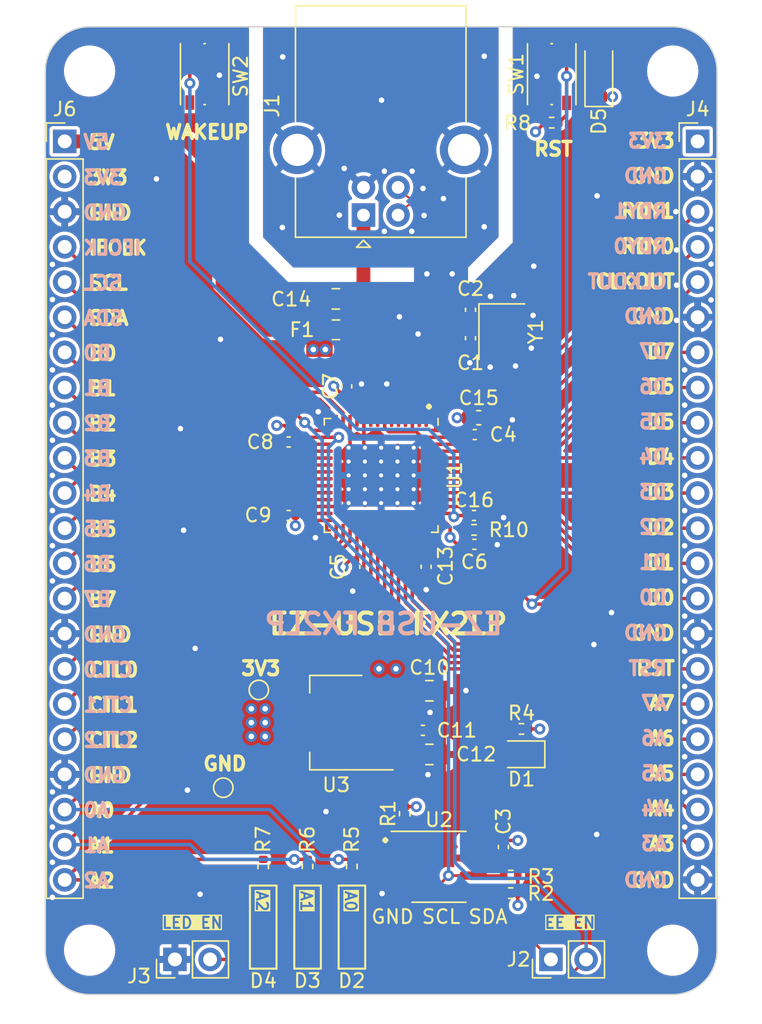
<source format=kicad_pcb>
(kicad_pcb (version 20221018) (generator pcbnew)
  (layers (0 "F.Cu" signal) (1 "In1.Cu" signal) (2 "In2.Cu" signal) (31 "B.Cu" signal) (34 "B.Paste" user) (35 "F.Paste" user) (36 "B.SilkS" user "B.Silkscreen") (37 "F.SilkS" user "F.Silkscreen") (38 "B.Mask" user) (39 "F.Mask" user) (44 "Edge.Cuts" user))
  (net 0 "")
  (net 1 "GND")
  (net 2 "Net-(U1-XTALOUT)")
  (net 3 "Net-(U1-XTALIN)")
  (net 4 "+3V3")
  (net 5 "+5V")
  (net 6 "/~{RESET}")
  (net 7 "Net-(D1-A)")
  (net 8 "Net-(D2-K)")
  (net 9 "Net-(D2-A)")
  (net 10 "Net-(D3-A)")
  (net 11 "Net-(D4-A)")
  (net 12 "VBUS")
  (net 13 "/D-")
  (net 14 "/D+")
  (net 15 "Net-(J2-Pin_1)")
  (net 16 "/SDA")
  (net 17 "Net-(U2-A0)")
  (net 18 "/SCL")
  (net 19 "/PA0")
  (net 20 "/PA1")
  (net 21 "/PA2")
  (net 22 "/WAKEUP")
  (net 23 "/RDY0")
  (net 24 "/RDY1")
  (net 25 "/IFCLK")
  (net 26 "/PB0")
  (net 27 "/PB1")
  (net 28 "/PB2")
  (net 29 "/PB3")
  (net 30 "/PB4")
  (net 31 "/PB5")
  (net 32 "/PB6")
  (net 33 "/PB7")
  (net 34 "/CTL0")
  (net 35 "/CTL1")
  (net 36 "/CTL2")
  (net 37 "/PA3")
  (net 38 "/PA4")
  (net 39 "/PA5")
  (net 40 "/PA6")
  (net 41 "/PA7")
  (net 42 "/CLKOUT")
  (net 43 "/PD0")
  (net 44 "/PD1")
  (net 45 "/PD2")
  (net 46 "/PD3")
  (net 47 "/PD4")
  (net 48 "/PD5")
  (net 49 "/PD6")
  (net 50 "/PD7")
  (footprint "Diode_SMD:D_SOD-123" (layer "F.Cu") (at 158.5214 70.4625 90)
    (fp_text reference "D5")
    (fp_text value "1N4148")
  )
  (footprint "Resistor_SMD:R_0402_1005Metric" (layer "F.Cu") (at 155.1178 73.9902)
    (fp_text reference "R8")
    (fp_text value "10K")
  )
  (footprint "Capacitor_SMD:C_0402_1005Metric" (layer "F.Cu") (at 140.8938 106.0694 -90)
    (fp_text reference "C5")
    (fp_text value "100n")
  )
  (footprint "Capacitor_SMD:C_0402_1005Metric" (layer "F.Cu") (at 149.5552 96.52)
    (fp_text reference "C4")
    (fp_text value "100n")
  )
  (footprint "Package_SO:SOIC-8_3.9x4.9mm_P1.27mm" (layer "F.Cu") (at 146.9771 127.7366)
    (fp_text reference "U2")
    (fp_text value "24LC64")
  )
  (footprint "Keystone_5017_testring:Keystone_5017_testring" (layer "F.Cu") (at 146.9898 134.1882 90)
    (fp_text reference "TP2" hide)
    (fp_text value "5017")
  )
  (footprint "Capacitor_SMD:C_0805_2012Metric" (layer "F.Cu") (at 146.2822 115.0226)
    (fp_text reference "C10")
    (fp_text value "2u2")
  )
  (footprint "Connector_PinHeader_2.54mm:PinHeader_1x02_P2.54mm_Vertical" (layer "F.Cu") (at 155.0595 134.4269 90)
    (fp_text reference "J2")
    (fp_text value "Conn_01x02")
  )
  (footprint "Capacitor_SMD:C_0402_1005Metric" (layer "F.Cu") (at 136.1186 97.0534 180)
    (fp_text reference "C8")
    (fp_text value "100n")
  )
  (footprint "Package_TO_SOT_SMD:SOT-223-3_TabPin2" (layer "F.Cu") (at 139.5476 117.3226 180)
    (fp_text reference "U3")
    (fp_text value "AMS1117-3.3")
  )
  (footprint "LED_SMD:LED_0805_2012Metric" (layer "F.Cu") (at 140.6779 133.4008 90)
    (fp_text reference "D2")
    (fp_text value "RED")
  )
  (footprint "Capacitor_SMD:C_0402_1005Metric" (layer "F.Cu") (at 136.1186 102.362 180)
    (fp_text reference "C9")
    (fp_text value "100n")
  )
  (footprint "Capacitor_SMD:C_0805_2012Metric" (layer "F.Cu") (at 139.5222 86.7156 180)
    (fp_text reference "C14")
    (fp_text value "100n")
  )
  (footprint "Capacitor_SMD:C_0402_1005Metric" (layer "F.Cu") (at 149.2504 89.5578 90)
    (fp_text reference "C1")
    (fp_text value "22p")
  )
  (footprint "LED_SMD:LED_0805_2012Metric" (layer "F.Cu") (at 152.9334 119.6086 180)
    (fp_text reference "D1")
    (fp_text value "GREEN")
  )
  (footprint "Resistor_SMD:R_0402_1005Metric" (layer "F.Cu") (at 144.5021 123.9012 -90)
    (fp_text reference "R1")
    (fp_text value "10K")
  )
  (footprint "Connector_PinHeader_2.54mm:PinHeader_1x22_P2.54mm_Vertical" (layer "F.Cu") (at 165.6576 75.3409)
    (fp_text reference "J4")
    (fp_text value "Conn_01x22")
  )
  (footprint "Connector_PinHeader_2.54mm:PinHeader_1x22_P2.54mm_Vertical" (layer "F.Cu") (at 119.9376 75.3409)
    (fp_text reference "J6")
    (fp_text value "Conn_01x22")
  )
  (footprint "Capacitor_SMD:C_0402_1005Metric" (layer "F.Cu") (at 149.5298 104.4448)
    (fp_text reference "C6")
    (fp_text value "100n")
  )
  (footprint "Resistor_SMD:R_0402_1005Metric" (layer "F.Cu") (at 134.2771 127.7092 90)
    (fp_text reference "R7")
    (fp_text value "1K")
  )
  (footprint "MountingHole:MountingHole_3.2mm_M3" (layer "F.Cu") (at 121.7376 133.7609)
    (fp_text reference "H4" hide)
    (fp_text value "MountingHole")
  )
  (footprint "Capacitor_SMD:C_0603_1608Metric" (layer "F.Cu") (at 149.8476 95.3008)
    (fp_text reference "C15")
    (fp_text value "1u")
  )
  (footprint "Resistor_SMD:R_0402_1005Metric" (layer "F.Cu") (at 152.1587 128.3716 180)
    (fp_text reference "R3")
    (fp_text value "2K2")
  )
  (footprint "Capacitor_SMD:C_0805_2012Metric" (layer "F.Cu") (at 146.2822 119.6226)
    (fp_text reference "C12")
    (fp_text value "4u7")
  )
  (footprint "Resistor_SMD:R_0402_1005Metric" (layer "F.Cu") (at 140.6779 127.7112 90)
    (fp_text reference "R5")
    (fp_text value "1K")
  )
  (footprint "Package_DFN_QFN:QFN-56-1EP_8x8mm_P0.5mm_EP4.5x5.2mm_ThermalVias_TopTented" (layer "F.Cu") (at 142.7976 99.4659 -90)
    (fp_text reference "U1")
    (fp_text value "CY7C68013A-56LTX")
  )
  (footprint "Keystone_5017_testring:Keystone_5017_testring" (layer "F.Cu") (at 150.4315 134.1882 90)
    (fp_text reference "TP1" hide)
    (fp_text value "5017")
  )
  (footprint "LED_SMD:LED_0805_2012Metric" (layer "F.Cu") (at 134.2771 133.4008 90)
    (fp_text reference "D4")
    (fp_text value "RED")
  )
  (footprint "Capacitor_SMD:C_0402_1005Metric" (layer "F.Cu") (at 146.0476 106.0694 -90)
    (fp_text reference "C13")
    (fp_text value "100n")
  )
  (footprint "MountingHole:MountingHole_3.2mm_M3" (layer "F.Cu") (at 163.8576 70.2609)
    (fp_text reference "H1" hide)
    (fp_text value "MountingHole")
  )
  (footprint "LED_SMD:LED_0805_2012Metric" (layer "F.Cu") (at 137.4775 133.3971 90)
    (fp_text reference "D3")
    (fp_text value "RED")
  )
  (footprint "Capacitor_SMD:C_0402_1005Metric" (layer "F.Cu") (at 140.3096 93.0392 90)
    (fp_text reference "C7")
    (fp_text value "100n")
  )
  (footprint "MountingHole:MountingHole_3.2mm_M3" (layer "F.Cu") (at 163.8576 133.7609)
    (fp_text reference "H3" hide)
    (fp_text value "MountingHole")
  )
  (footprint "MountingHole:MountingHole_3.2mm_M3" (layer "F.Cu") (at 121.7376 70.2609)
    (fp_text reference "H2" hide)
    (fp_text value "MountingHole")
  )
  (footprint "Capacitor_SMD:C_0402_1005Metric" (layer "F.Cu") (at 151.6253 126.3116 -90)
    (fp_text reference "C3")
    (fp_text value "100n")
  )
  (footprint "Resistor_SMD:R_0402_1005Metric" (layer "F.Cu") (at 149.5044 103.4034 180)
    (fp_text reference "R10")
    (fp_text value "10K")
  )
  (footprint "Button_Switch_SMD:SW_Push_1P1T_NO_Vertical_Wuerth_434133025816" (layer "F.Cu") (at 130.048 70.485 -90)
    (fp_text reference "SW2")
    (fp_text value "SW_Push")
  )
  (footprint "TestPoint:TestPoint_Pad_D1.0mm" (layer "F.Cu") (at 131.3942 122.0216)
    (fp_text reference "TP4" hide)
    (fp_text value "TestPoint")
  )
  (footprint "TestPoint:TestPoint_Pad_D1.0mm" (layer "F.Cu") (at 133.9596 114.9604)
    (fp_text reference "TP5" hide)
    (fp_text value "TestPoint")
  )
  (footprint "Capacitor_SMD:C_0402_1005Metric" (layer "F.Cu") (at 149.5044 102.362)
    (fp_text reference "C16")
    (fp_text value "1u")
  )
  (footprint "Button_Switch_SMD:SW_Push_1P1T_NO_Vertical_Wuerth_434133025816" (layer "F.Cu") (at 155.1178 70.485 90)
    (fp_text reference "SW1")
    (fp_text value "SW_Push")
  )
  (footprint "Connector_USB:USB_B_OST_USB-B1HSxx_Horizontal" (layer "F.Cu") (at 141.518 80.6638 90)
    (fp_text reference "J1")
    (fp_text value "USB_B")
  )
  (footprint "Resistor_SMD:R_0402_1005Metric" (layer "F.Cu") (at 152.1587 129.6416 180)
    (fp_text reference "R2")
    (fp_text value "2K2")
  )
  (footprint "Capacitor_SMD:C_0402_1005Metric" (layer "F.Cu") (at 149.2504 87.5056 -90)
    (fp_text reference "C2")
    (fp_text value "22p")
  )
  (footprint "Fuse:Fuse_0805_2012Metric" (layer "F.Cu") (at 139.5347 88.9508)
    (fp_text reference "F1")
    (fp_text value "500mA")
  )
  (footprint "Resistor_SMD:R_0402_1005Metric" (layer "F.Cu") (at 137.4775 127.7092 90)
    (fp_text reference "R6")
    (fp_text value "1K")
  )
  (footprint "Keystone_5017_testring:Keystone_5017_testring" (layer "F.Cu") (at 143.5481 134.1882 90)
    (fp_text reference "TP3" hide)
    (fp_text value "5017")
  )
  (footprint "Capacitor_SMD:C_0402_1005Metric" (layer "F.Cu") (at 145.8122 117.8814)
    (fp_text reference "C11")
    (fp_text value "100n")
  )
  (footprint "Connector_PinHeader_2.54mm:PinHeader_1x02_P2.54mm_Vertical" (layer "F.Cu") (at 127.8995 134.4269 90)
    (fp_text reference "J3")
    (fp_text value "Conn_01x02")
  )
  (footprint "Crystal:Crystal_SMD_3225-4Pin_3.2x2.5mm" (layer "F.Cu") (at 151.511 89.0778 -90)
    (fp_text reference "Y1")
    (fp_text value "24MHz'")
  )
  (footprint "Resistor_SMD:R_0402_1005Metric" (layer "F.Cu") (at 152.9334 117.7798 180)
    (fp_text reference "R4")
    (fp_text value "1K")
  )
  (gr_line (start 139.7257 132.4102) (end 139.7257 135.0952) (stroke (width 0.15)) (layer "F.SilkS"))
  (gr_line (start 135.2397 132.4102) (end 135.2397 129.0922) (stroke (width 0.15)) (layer "F.SilkS"))
  (gr_line (start 141.6457 135.0952) (end 141.6457 132.4102) (stroke (width 0.15)) (layer "F.SilkS"))
  (gr_line (start 139.7257 132.4102) (end 139.7257 129.0922) (stroke (width 0.15)) (layer "F.SilkS"))
  (gr_line (start 138.4427 132.4102) (end 138.4427 129.0922) (stroke (width 0.15)) (layer "F.SilkS"))
  (gr_line (start 141.6457 129.0922) (end 139.7257 129.0922) (stroke (width 0.15)) (layer "F.SilkS"))
  (gr_line (start 139.7257 135.0952) (end 141.6457 135.0952) (stroke (width 0.15)) (layer "F.SilkS"))
  (gr_line (start 133.3197 135.0952) (end 135.2397 135.0952) (stroke (width 0.15)) (layer "F.SilkS"))
  (gr_line (start 136.5227 132.4102) (end 136.5227 135.0952) (stroke (width 0.15)) (layer "F.SilkS"))
  (gr_line (start 141.6457 132.4102) (end 141.6457 129.0922) (stroke (width 0.15)) (layer "F.SilkS"))
  (gr_line (start 136.5227 132.4102) (end 136.5227 129.0922) (stroke (width 0.15)) (layer "F.SilkS"))
  (gr_line (start 133.3197 132.4102) (end 133.3197 135.0952) (stroke (width 0.15)) (layer "F.SilkS"))
  (gr_line (start 138.4427 129.0922) (end 136.5227 129.0922) (stroke (width 0.15)) (layer "F.SilkS"))
  (gr_line (start 135.2397 129.0922) (end 133.3197 129.0922) (stroke (width 0.15)) (layer "F.SilkS"))
  (gr_line (start 136.5227 135.0952) (end 138.4427 135.0952) (stroke (width 0.15)) (layer "F.SilkS"))
  (gr_line (start 138.4427 135.0952) (end 138.4427 132.4102) (stroke (width 0.15)) (layer "F.SilkS"))
  (gr_line (start 135.2397 135.0952) (end 135.2397 132.4102) (stroke (width 0.15)) (layer "F.SilkS"))
  (gr_line (start 133.3197 132.4102) (end 133.3197 129.0922) (stroke (width 0.15)) (layer "F.SilkS"))
  (gr_line (start 121.7376 67.060097) (end 163.8576 67.060097) (stroke (width 0.1)) (layer "Edge.Cuts"))
  (gr_arc (start 118.536797 70.2609) (mid 119.47429 67.99759) (end 121.7376 67.060097) (stroke (width 0.1)) (layer "Edge.Cuts"))
  (gr_line (start 118.536797 133.7609) (end 118.536797 70.2609) (stroke (width 0.1)) (layer "Edge.Cuts"))
  (gr_line (start 167.058403 70.2609) (end 167.058403 133.7609) (stroke (width 0.1)) (layer "Edge.Cuts"))
  (gr_arc (start 121.7376 136.961703) (mid 119.47429 136.02421) (end 118.536797 133.7609) (stroke (width 0.1)) (layer "Edge.Cuts"))
  (gr_line (start 121.7376 136.961703) (end 163.8576 136.961703) (stroke (width 0.1)) (layer "Edge.Cuts"))
  (gr_arc (start 167.058403 133.7609) (mid 166.12091 136.02421) (end 163.8576 136.961703) (stroke (width 0.1)) (layer "Edge.Cuts"))
  (gr_arc (start 163.8576 67.060097) (mid 166.12091 67.99759) (end 167.058403 70.2609) (stroke (width 0.1)) (layer "Edge.Cuts"))
  (gr_text "EZ-USB FX2LP" (at 151.7396 111.0742) (layer "B.SilkS") (effects (font (size 1.5 1.5) (thickness 0.3) bold) (justify left bottom mirror)))
  (gr_text "GND" (at 124.529018 111.5568) (layer "B.SilkS") (effects (font (size 1 1) (thickness 0.25) bold) (justify left bottom mirror)))
  (gr_text "A5" (at 163.576 121.5709) (layer "B.SilkS") (effects (font (size 1 1) (thickness 0.25) bold) (justify left bottom mirror)))
  (gr_text "A0" (at 123.290923 124.2314) (layer "B.SilkS") (effects (font (size 1 1) (thickness 0.25) bold) (justify left bottom mirror)))
  (gr_text "CLKOUT" (at 163.576 86.0552) (layer "B.SilkS") (effects (font (size 1 1) (thickness 0.25) bold) (justify left bottom mirror)))
  (gr_text "GND" (at 124.529018 121.7168) (layer "B.SilkS") (effects (font (size 1 1) (thickness 0.25) bold) (justify left bottom mirror)))
  (gr_text "IFCLK" (at 125.624256 83.6168) (layer "B.SilkS") (effects (font (size 1 1) (thickness 0.25) bold) (justify left bottom mirror)))
  (gr_text "SCL" (at 124.243304 86.1568) (layer "B.SilkS") (effects (font (size 1 1) (thickness 0.25) bold) (justify left bottom mirror)))
  (gr_text "GND" (at 124.529018 81.0768) (layer "B.SilkS") (effects (font (size 1 1) (thickness 0.25) bold) (justify left bottom mirror)))
  (gr_text "B1" (at 123.43378 93.7514) (layer "B.SilkS") (effects (font (size 1 1) (thickness 0.25) bold) (justify left bottom mirror)))
  (gr_text "5V" (at 123.290923 75.9714) (layer "B.SilkS") (effects (font (size 1 1) (thickness 0.25) bold) (justify left bottom mirror)))
  (gr_text "GND" (at 163.576 129.286) (layer "B.SilkS") (effects (font (size 1 1) (thickness 0.25) bold) (justify left bottom mirror)))
  (gr_text "A1" (at 123.290923 126.7714) (layer "B.SilkS") (effects (font (size 1 1) (thickness 0.25) bold) (justify left bottom mirror)))
  (gr_text "A4" (at 163.576 124.1109) (layer "B.SilkS") (effects (font (size 1 1) (thickness 0.25) bold) (justify left bottom mirror)))
  (gr_text "D1" (at 163.576 106.3309) (layer "B.SilkS") (effects (font (size 1 1) (thickness 0.25) bold) (justify left bottom mirror)))
  (gr_text "A7" (at 163.576 116.4909) (layer "B.SilkS") (effects (font (size 1 1) (thickness 0.25) bold) (justify left bottom mirror)))
  (gr_text "GND" (at 163.576 78.4352) (layer "B.SilkS") (effects (font (size 1 1) (thickness 0.25) bold) (justify left bottom mirror)))
  (gr_text "3V3" (at 163.576 75.8952) (layer "B.SilkS") (effects (font (size 1 1) (thickness 0.25) bold) (justify left bottom mirror)))
  (gr_text "RDY1" (at 163.576 80.9752) (layer "B.SilkS") (effects (font (size 1 1) (thickness 0.25) bold) (justify left bottom mirror)))
  (gr_text "D4" (at 163.576 98.7109) (layer "B.SilkS") (effects (font (size 1 1) (thickness 0.25) bold) (justify left bottom mirror)))
  (gr_text "RDY0" (at 163.576 83.5152) (layer "B.SilkS") (effects (font (size 1 1) (thickness 0.25) bold) (justify left bottom mirror)))
  (gr_text "B6" (at 123.43378 106.4514) (layer "B.SilkS") (effects (font (size 1 1) (thickness 0.25) bold) (justify left bottom mirror)))
  (gr_text "3V3" (at 124.243304 78.5368) (layer "B.SilkS") (effects (font (size 1 1) (thickness 0.25) bold) (justify left bottom mirror)))
  (gr_text "GND" (at 163.576 111.4363) (layer "B.SilkS") (effects (font (size 1 1) (thickness 0.25) bold) (justify left bottom mirror)))
  (gr_text "A6" (at 163.576 119.0309) (layer "B.SilkS") (effects (font (size 1 1) (thickness 0.25) bold) (justify left bottom mirror)))
  (gr_text "D6" (at 163.576 93.6309) (layer "B.SilkS") (effects (font (size 1 1) (thickness 0.25) bold) (justify left bottom mirror)))
  (gr_text "B4" (at 123.43378 101.3714) (layer "B.SilkS") (effects (font (size 1 1) (thickness 0.25) bold) (justify left bottom mirror)))
  (gr_text "A3" (at 163.576 126.6509) (layer "B.SilkS") (effects (font (size 1 1) (thickness 0.25) bold) (justify left bottom mirror)))
  (gr_text "SDA" (at 124.290923 88.6968) (layer "B.SilkS") (effects (font (size 1 1) (thickness 0.25) bold) (justify left bottom mirror)))
  (gr_text "RST" (at 163.576 113.9952) (layer "B.SilkS") (effects (font (size 1 1) (thickness 0.25) bold) (justify left bottom mirror)))
  (gr_text "D0" (at 163.576 108.8709) (layer "B.SilkS") (effects (font (size 1 1) (thickness 0.25) bold) (justify left bottom mirror)))
  (gr_text "D3" (at 163.576 101.2509) (layer "B.SilkS") (effects (font (size 1 1) (thickness 0.25) bold) (justify left bottom mirror)))
  (gr_text "B3" (at 123.43378 98.8314) (layer "B.SilkS") (effects (font (size 1 1) (thickness 0.25) bold) (justify left bottom mirror)))
  (gr_text "CTL2" (at 125.005209 119.1768) (layer "B.SilkS") (effects (font (size 1 1) (thickness 0.25) bold) (justify left bottom mirror)))
  (gr_text "D2" (at 163.576 103.7909) (layer "B.SilkS") (effects (font (size 1 1) (thickness 0.25) bold) (justify left bottom mirror)))
  (gr_text "GND" (at 163.576 88.5763) (layer "B.SilkS") (effects (font (size 1 1) (thickness 0.25) bold) (justify left bottom mirror)))
  (gr_text "B7" (at 123.43378 108.9914) (layer "B.SilkS") (effects (font (size 1 1) (thickness 0.25) bold) (justify left bottom mirror)))
  (gr_text "CTL1" (at 125.005209 116.6368) (layer "B.SilkS") (effects (font (size 1 1) (thickness 0.25) bold) (justify left bottom mirror)))
  (gr_text "B5" (at 123.43378 103.9114) (layer "B.SilkS") (effects (font (size 1 1) (thickness 0.25) bold) (justify left bottom mirror)))
  (gr_text "B0" (at 123.43378 91.2114) (layer "B.SilkS") (effects (font (size 1 1) (thickness 0.25) bold) (justify left bottom mirror)))
  (gr_text "B2" (at 123.43378 96.2914) (layer "B.SilkS") (effects (font (size 1 1) (thickness 0.25) bold) (justify left bottom mirror)))
  (gr_text "CTL0" (at 125.005209 114.0968) (layer "B.SilkS") (effects (font (size 1 1) (thickness 0.25) bold) (justify left bottom mirror)))
  (gr_text "D7" (at 163.576 91.0909) (layer "B.SilkS") (effects (font (size 1 1) (thickness 0.25) bold) (justify left bottom mirror)))
  (gr_text "D5" (at 163.576 96.1709) (layer "B.SilkS") (effects (font (size 1 1) (thickness 0.25) bold) (justify left bottom mirror)))
  (gr_text "A2" (at 123.290923 129.3114) (layer "B.SilkS") (effects (font (size 1 1) (thickness 0.25) bold) (justify left bottom mirror)))
  (gr_text "CTL0" (at 121.5378 114.0958) (layer "F.SilkS") (effects (font (size 1 1) (thickness 0.25) bold) (justify left bottom)))
  (gr_text "." (at 145.6944 94.7674) (layer "F.SilkS") (effects (font (size 1.5 1.5) (thickness 0.3) bold) (justify left bottom)))
  (gr_text "D2" (at 161.851838 103.8098) (layer "F.SilkS") (effects (font (size 1 1) (thickness 0.25) bold) (justify left bottom)))
  (gr_text "A3" (at 161.994695 126.6698) (layer "F.SilkS") (effects (font (size 1 1) (thickness 0.25) bold) (justify left bottom)))
  (gr_text "B6" (at 121.5378 106.4758) (layer "F.SilkS") (effects (font (size 1 1) (thickness 0.25) bold) (justify left bottom)))
  (gr_text "D5" (at 161.851838 96.1898) (layer "F.SilkS") (effects (font (size 1 1) (thickness 0.25) bold) (justify left bottom)))
  (gr_text "A6" (at 161.994695 119.0498) (layer "F.SilkS") (effects (font (size 1 1) (thickness 0.25) bold) (justify left bottom)))
  (gr_text "B3" (at 121.5378 98.8558) (layer "F.SilkS") (effects (font (size 1 1) (thickness 0.25) bold) (justify left bottom)))
  (gr_text "CTL1" (at 121.5378 116.6358) (layer "F.SilkS") (effects (font (size 1 1) (thickness 0.25) bold) (justify left bottom)))
  (gr_text "SCL" (at 121.5378 86.1558) (layer "F.SilkS") (effects (font (size 1 1) (thickness 0.25) bold) (justify left bottom)))
  (gr_text "D7" (at 161.851838 91.1098) (layer "F.SilkS") (effects (font (size 1 1) (thickness 0.25) bold) (justify left bottom)))
  (gr_text "A2" (at 121.5378 129.3358) (layer "F.SilkS") (effects (font (size 1 1) (thickness 0.25) bold) (justify left bottom)))
  (gr_text "GND" (at 160.7566 129.2984) (layer "F.SilkS") (effects (font (size 1 1) (thickness 0.25) bold) (justify left bottom)))
  (gr_text "IFCLK" (at 121.5378 83.6158) (layer "F.SilkS") (effects (font (size 1 1) (thickness 0.25) bold) (justify left bottom)))
  (gr_text "SDA" (at 121.5378 88.6958) (layer "F.SilkS") (effects (font (size 1 1) (thickness 0.25) bold) (justify left bottom)))
  (gr_text "EZ-USB FX2LP" (at 134.5438 111.0742) (layer "F.SilkS") (effects (font (size 1.5 1.5) (thickness 0.3) bold) (justify left bottom)))
  (gr_text "CLKOUT" (at 158.137552 86.0487) (layer "F.SilkS") (effects (font (size 1 1) (thickness 0.25) bold) (justify left bottom)))
  (gr_text "GND" (at 160.7566 88.5698) (layer "F.SilkS") (effects (font (size 1 1) (thickness 0.25) bold) (justify left bottom)))
  (gr_text "A2" (at 133.7209 129.397 270) (layer "F.SilkS" knockout) (effects (font (size 0.8 0.8) (thickness 0.15) bold) (justify left bottom)))
  (gr_text "A1" (at 136.9239 129.397 270) (layer "F.SilkS" knockout) (effects (font (size 0.8 0.8) (thickness 0.15) bold) (justify left bottom)))
  (gr_text "LED EN" (at 126.8857 132.2578) (layer "F.SilkS" knockout) (effects (font (size 0.8 0.8) (thickness 0.15) bold) (justify left bottom)))
  (gr_text "WAKEUP" (at 127.0762 75.2602) (layer "F.SilkS") (effects (font (size 1 1) (thickness 0.25) bold) (justify left bottom)))
  (gr_text "RDY1" (at 159.994695 80.9687) (layer "F.SilkS") (effects (font (size 1 1) (thickness 0.25) bold) (justify left bottom)))
  (gr_text "5V" (at 121.5378 75.9958) (layer "F.SilkS") (effects (font (size 1 1) (thickness 0.25) bold) (justify left bottom)))
  (gr_text "GND" (at 129.8194 120.8786) (layer "F.SilkS") (effects (font (size 1 1) (thickness 0.25) bold) (justify left bottom)))
  (gr_text "B5" (at 121.5378 103.9358) (layer "F.SilkS") (effects (font (size 1 1) (thickness 0.25) bold) (justify left bottom)))
  (gr_text "RST" (at 153.7208 76.4794) (layer "F.SilkS") (effects (font (size 1 1) (thickness 0.25) bold) (justify left bottom)))
  (gr_text "D0" (at 161.851838 108.8898) (layer "F.SilkS") (effects (font (size 1 1) (thickness 0.25) bold) (justify left bottom)))
  (gr_text "SDA" (at 149.0091 131.9276) (layer "F.SilkS") (effects (font (size 1 1)) (justify left bottom)))
  (gr_text "B2" (at 121.5378 96.3158) (layer "F.SilkS") (effects (font (size 1 1) (thickness 0.25) bold) (justify left bottom)))
  (gr_text "GND" (at 160.7566 111.4487) (layer "F.SilkS") (effects (font (size 1 1) (thickness 0.25) bold) (justify left bottom)))
  (gr_text "GND" (at 121.5378 111.5558) (layer "F.SilkS") (effects (font (size 1 1) (thickness 0.25) bold) (justify left bottom)))
  (gr_text "D6" (at 161.851838 93.6498) (layer "F.SilkS") (effects (font (size 1 1) (thickness 0.25) bold) (justify left bottom)))
  (gr_text "A5" (at 161.994695 121.5898) (layer "F.SilkS") (effects (font (size 1 1) (thickness 0.25) bold) (justify left bottom)))
  (gr_text "SCL" (at 145.646757 131.9276) (layer "F.SilkS") (effects (font (size 1 1)) (justify left bottom)))
  (gr_text "3V3" (at 161.042314 75.8887) (layer "F.SilkS") (effects (font (size 1 1) (thickness 0.25) bold) (justify left bottom)))
  (gr_text "RST" (at 161.089933 113.9887) (layer "F.SilkS") (effects (font (size 1 1) (thickness 0.25) bold) (justify left bottom)))
  (gr_text "A0" (at 121.5378 124.2558) (layer "F.SilkS") (effects (font (size 1 1) (thickness 0.25) bold) (justify left bottom)))
  (gr_text "D4" (at 161.851838 98.7298) (layer "F.SilkS") (effects (font (size 1 1) (thickness 0.25) bold) (justify left bottom)))
  (gr_text "3V3" (at 121.5378 78.5358) (layer "F.SilkS") (effects (font (size 1 1) (thickness 0.25) bold) (justify left bottom)))
  (gr_text "B0" (at 121.5378 91.2358) (layer "F.SilkS") (effects (font (size 1 1) (thickness 0.25) bold) (justify left bottom)))
  (gr_text "GND" (at 160.7566 78.4287) (layer "F.SilkS") (effects (font (size 1 1) (thickness 0.25) bold) (justify left bottom)))
  (gr_text "EE EN" (at 154.5209 132.2578) (layer "F.SilkS" knockout) (effects (font (size 0.8 0.8)) (justify left bottom)))
  (gr_text "GND" (at 121.5378 121.7158) (layer "F.SilkS") (effects (font (size 1 1) (thickness 0.25) bold) (justify left bottom)))
  (gr_text "3V3" (at 132.5626 113.9952) (layer "F.SilkS") (effects (font (size 1 1) (thickness 0.25) bold) (justify left bottom)))
  (gr_text "D1" (at 161.851838 106.3498) (layer "F.SilkS") (effects (font (size 1 1) (thickness 0.25) bold) (justify left bottom)))
  (gr_text "B1" (at 121.5378 93.7758) (layer "F.SilkS") (effects (font (size 1 1) (thickness 0.25) bold) (justify left bottom)))
  (gr_text "A4" (at 161.994695 124.1298) (layer "F.SilkS") (effects (font (size 1 1) (thickness 0.25) bold) (justify left bottom)))
  (gr_text "RDY0" (at 159.994695 83.5087) (layer "F.SilkS") (effects (font (size 1 1) (thickness 0.25) bold) (justify left bottom)))
  (gr_text "GND" (at 141.9987 131.9276) (layer "F.SilkS") (effects (font (size 1 1)) (justify left bottom)))
  (gr_text "CTL2" (at 121.5378 119.1758) (layer "F.SilkS") (effects (font (size 1 1) (thickness 0.25) bold) (justify left bottom)))
  (gr_text "A7" (at 161.994695 116.5098) (layer "F.SilkS") (effects (font (size 1 1) (thickness 0.25) bold) (justify left bottom)))
  (gr_text "A1" (at 121.5378 126.7958) (layer "F.SilkS") (effects (font (size 1 1) (thickness 0.25) bold) (justify left bottom)))
  (gr_text "D3" (at 161.851838 101.2698) (layer "F.SilkS") (effects (font (size 1 1) (thickness 0.25) bold) (justify left bottom)))
  (gr_text "B7" (at 121.5378 109.0158) (layer "F.SilkS") (effects (font (size 1 1) (thickness 0.25) bold) (justify left bottom)))
  (gr_text "B4" (at 121.5378 101.3958) (layer "F.SilkS") (effects (font (size 1 1) (thickness 0.25) bold) (justify left bottom)))
  (gr_text "." (at 142.5448 126.0856) (layer "F.SilkS") (effects (font (size 1.5 1.5) (thickness 0.3) bold) (justify left bottom)))
  (gr_text "A0" (at 140.1269 129.397 -90) (layer "F.SilkS" knockout) (effects (font (size 0.8 0.8) (thickness 0.15) bold) (justify left bottom)))
  (gr_text "GND" (at 121.5378 81.0758) (layer "F.SilkS") (effects (font (size 1 1) (thickness 0.25) bold) (justify left bottom)))
  (segment (start 144.5476 97.7159) (end 142.7976 99.4659) (width 0.25) (layer "F.Cu") (net 1))
  (segment (start 141.5476 95.5284) (end 141.5476 98.2159) (width 0.25) (layer "F.Cu") (net 1))
  (segment (start 145.5476 101.8659) (end 145.1476 101.4659) (width 0.25) (layer "F.Cu") (net 1))
  (segment (start 145.5476 103.4034) (end 145.5476 101.8659) (width 0.25) (layer "F.Cu") (net 1))
  (segment (start 140.5476 95.5284) (end 140.5476 97.2159) (width 0.25) (layer "F.Cu") (net 1))
  (segment (start 138.8601 101.7159) (end 140.1976 101.7159) (width 0.25) (layer "F.Cu") (net 1))
  (segment (start 140.1976 101.7159) (end 140.4476 101.4659) (width 0.25) (layer "F.Cu") (net 1))
  (segment (start 140.5476 97.2159) (end 142.7976 99.4659) (width 0.25) (layer "F.Cu") (net 1))
  (segment (start 146.7351 97.7159) (end 144.5476 97.7159) (width 0.25) (layer "F.Cu") (net 1))
  (segment (start 141.5476 98.2159) (end 142.7976 99.4659) (width 0.25) (layer "F.Cu") (net 1))
  (segment (start 136.2847 101.7159) (end 135.6386 102.362) (width 0.25) (layer "F.Cu") (net 1))
  (segment (start 138.8601 101.7159) (end 136.2847 101.7159) (width 0.25) (layer "F.Cu") (net 1))
  (via (at 164.719 96.9264) (size 0.8) (drill 0.4) (layers "F.Cu" "B.Cu") (net 1))
  (via (at 164.719 119.7864) (size 0.8) (drill 0.4) (layers "F.Cu" "B.Cu") (net 1))
  (via (at 129.7178 129.7178) (size 0.8) (drill 0.4) (layers "F.Cu" "B.Cu") (net 1))
  (via (at 119.0498 84.2264) (size 0.8) (drill 0.4) (layers "F.Cu" "B.Cu") (net 1))
  (via (at 150.241 69.1896) (size 0.8) (drill 0.4) (layers "F.Cu" "B.Cu") (net 1))
  (via (at 138.049 103.9622) (size 0.8) (drill 0.4) (layers "F.Cu" "B.Cu") (net 1))
  (via (at 131.191 89.6366) (size 0.8) (drill 0.4) (layers "F.Cu" "B.Cu") (net 1))
  (via (at 153.7716 87.9094) (size 0.8) (drill 0.4) (layers "F.Cu" "B.Cu") (net 1))
  (via (at 164.084 80.4164) (size 0.8) (drill 0.4) (layers "F.Cu" "B.Cu") (net 1))
  (via (at 119.0498 122.3264) (size 0.8) (drill 0.4) (layers "F.Cu" "B.Cu") (net 1))
  (via (at 164.1348 88.265) (size 0.8) (drill 0.4) (layers "F.Cu" "B.Cu") (net 1))
  (via (at 138.2522 94.869) (size 0.8) (drill 0.4) (layers "F.Cu" "B.Cu") (net 1))
  (via (at 150.241 81.5086) (size 0.8) (drill 0.4) (layers "F.Cu" "B.Cu") (net 1))
  (via (at 119.0498 104.5464) (size 0.8) (drill 0.4) (layers "F.Cu" "B.Cu") (net 1))
  (via (at 135.6868 69.2404) (size 0.8) (drill 0.4) (layers "F.Cu" "B.Cu") (net 1))
  (via (at 145.034 77.4954) (size 0.8) (drill 0.4) (layers "F.Cu" "B.Cu") (net 1))
  (via (at 138.811 123.7488) (size 0.8) (drill 0.4) (layers "F.Cu" "B.Cu") (net 1))
  (via (at 164.1348 83.185) (size 0.8) (drill 0.4) (layers "F.Cu" "B.Cu") (net 1))
  (via (at 153.6446 90.2716) (size 0.8) (drill 0.4) (layers "F.Cu" "B.Cu") (net 1))
  (via (at 164.1348 85.725) (size 0.8) (drill 0.4) (layers "F.Cu" "B.Cu") (net 1))
  (via (at 128.8034 122.1994) (size 0.8) (drill 0.4) (layers "F.Cu" "B.Cu") (net 1))
  (via (at 145.8214 78.74) (size 0.8) (drill 0.4) (layers "F.Cu" "B.Cu") (net 1))
  (via (at 140.7414 107.823) (size 0.8) (drill 0.4) (layers "F.Cu" "B.Cu") (net 1))
  (via (at 141.3764 92.8624) (size 0.8) (drill 0.4) (layers "F.Cu" "B.Cu") (net 1))
  (via (at 166.624 84.201) (size 0.8) (drill 0.4) (layers "F.Cu" "B.Cu") (net 1))
  (via (at 119.0498 99.4664) (size 0.8) (drill 0.4) (layers "F.Cu" "B.Cu") (net 1))
  (via (at 126.5682 78.0542) (size 0.8) (drill 0.4) (layers "F.Cu" "B.Cu") (net 1))
  (via (at 164.719 102.0064) (size 0.8) (drill 0.4) (layers "F.Cu" "B.Cu") (net 1))
  (via (at 150.6982 86.5378) (size 0.8) (drill 0.4) (layers "F.Cu" "B.Cu") (net 1))
  (via (at 164.719 91.8464) (size 0.8) (drill 0.4) (layers "F.Cu" "B.Cu") (net 1))
  (via (at 119.0498 91.8464) (size 0.8) (drill 0.4) (layers "F.Cu" "B.Cu") (net 1))
  (via (at 144.1196 88.011) (size 0.8) (drill 0.4) (layers "F.Cu" "B.Cu") (net 1))
  (via (at 129.3622 111.9632) (size 0.8) (drill 0.4) (layers "F.Cu" "B.Cu") (net 1))
  (via (at 143.2052 92.8624) (size 0.8) (drill 0.4) (layers "F.Cu" "B.Cu") (net 1))
  (via (at 158.1658 111.6838) (size 0.8) (drill 0.4) (layers "F.Cu" "B.Cu") (net 1))
  (via (at 131.1148 70.5612) (size 0.8) (drill 0.4) (layers "F.Cu" "B.Cu") (net 1))
  (via (at 148.9202 115.0112) (size 0.8) (drill 0.4) (layers "F.Cu" "B.Cu") (net 1))
  (via (at 164.719 94.3864) (size 0.8) (drill 0.4) (layers "F.Cu" "B.Cu") (net 1))
  (via (at 139.7762 80.6704) (size 0.8) (drill 0.4) (layers "F.Cu" "B.Cu") (net 1))
  (via (at 151.638 102.5144) (size 0.8) (drill 0.4) (layers "F.Cu" "B.Cu") (net 1))
  (via (at 142.8623 129.667) (size 0.8) (drill 0.4) (layers "F.Cu" "B.Cu") (net 1))
  (via (at 164.719 107.0864) (size 0.8) (drill 0.4) (layers "F.Cu" "B.Cu") (net 1))
  (via (at 151.1808 104.4702) (size 0.8) (drill 0.4) (layers "F.Cu" "B.Cu") (net 1))
  (via (at 119.0498 96.9264) (size 0.8) (drill 0.4) (layers "F.Cu" "B.Cu") (net 1))
  (via (at 152.273 95.4532) (size 0.8) (drill 0.4) (layers "F.Cu" "B.Cu") (net 1))
  (via (at 152.3746 86.487) (size 0.8) (drill 0.4) (layers "F.Cu" "B.Cu") (net 1))
  (via (at 159.4358 109.3724) (size 0.8) (drill 0.4) (layers "F.Cu" "B.Cu") (net 1))
  (via (at 164.719 117.2464) (size 0.8) (drill 0.4) (layers "F.Cu" "B.Cu") (net 1))
  (via (at 119.0498 127.4064) (size 0.8) (drill 0.4) (layers "F.Cu" "B.Cu") (net 1))
  (via (at 150.6728 91.6432) (size 0.8) (drill 0.4) (layers "F.Cu" "B.Cu") (net 1))
  (via (at 164.719 122.3264) (size 0.8) (drill 0.4) (layers "F.Cu" "B.Cu") (net 1))
  (via (at 149.1996 91.3384) (size 0.8) (drill 0.4) (layers "F.Cu" "B.Cu") (net 1))
  (via (at 147.9296 84.9122) (size 0.8) (drill 0.4) (layers "F.Cu" "B.Cu") (net 1))
  (via (at 166.624 81.6864) (size 0.8) (drill 0.4) (layers "F.Cu" "B.Cu") (net 1))
  (via (at 164.719 124.8664) (size 0.8) (drill 0.4) (layers "F.Cu" "B.Cu") (net 1))
  (via (at 164.719 104.5464) (size 0.8) (drill 0.4) (layers "F.Cu" "B.Cu") (net 1))
  (via (at 119.0498 89.3064) (size 0.8) (drill 0.4) (layers "F.Cu" "B.Cu") (net 1))
  (via (at 135.6614 81.5594) (size 0.8) (drill 0.4) (layers "F.Cu" "B.Cu") (net 1))
  (via (at 143.0274 81.8388) (size 0.8) (drill 0.4) (layers "F.Cu" "B.Cu") (net 1))
  (via (at 166.624 86.7918) (size 0.8) (drill 0.4) (layers "F.Cu" "B.Cu") (net 1))
  (via (at 146.1008 84.9122) (size 0.8) (drill 0.4) (layers "F.Cu" "B.Cu") (net 1))
  (via (at 119.0498 102.0064) (size 0.8) (drill 0.4) (layers "F.Cu" "B.Cu") (net 1))
  (via (at 158.369 125.3998) (size 0.8) (drill 0.4) (layers "F.Cu" "B.Cu") (net 1))
  (via (at 145.0086 81.8388) (size 0.8) (drill 0.4) (layers "F.Cu" "B.Cu") (net 1))
  (via (at 146.3294 116.586) (size 0.8) (drill 0.4) (layers "F.Cu" "B.Cu") (net 1))
  (via (at 153.8224 84.3534) (size 0.8) (drill 0.4) (layers "F.Cu" "B.Cu") (net 1))
  (via (at 140.1318 77.2922) (size 0.8) (drill 0.4) (layers "F.Cu" "B.Cu") (net 1))
  (via (at 128.2954 96.0882) (size 0.8) (drill 0.4) (layers "F.Cu" "B.Cu") (net 1))
  (via (at 145.8976 80.6958) (size 0.8) (drill 0.4) (layers "F.Cu" "B.Cu") (net 1))
  (via (at 164.719 114.7064) (size 0.8) (drill 0.4) (layers "F.Cu" "B.Cu") (net 1))
  (via (at 146.05 107.7214) (size 0.8) (drill 0.4) (layers "F.Cu" "B.Cu") (net 1))
  (via (at 143.0274 77.4954) (size 0.8) (drill 0.4) (layers "F.Cu" "B.Cu") (net 1))
  (via (at 128.524 103.4288) (size 0.8) (drill 0.4) (layers "F.Cu" "B.Cu") (net 1))
  (via (at 142.8242 72.3646) (size 0.8) (drill 0.4) (layers "F.Cu" "B.Cu") (net 1))
  (via (at 158.3944 79.2734) (size 0.8) (drill 0.4) (layers "F.Cu" "B.Cu") (net 1))
  (via (at 147.2946 79.4766) (size 0.8) (drill 0.4) (layers "F.Cu" "B.Cu") (net 1))
  (via (at 164.719 99.4664) (size 0.8) (drill 0.4) (layers "F.Cu" "B.Cu") (net 1))
  (via (at 164.719 109.6264) (size 0.8) (drill 0.4) (layers "F.Cu" "B.Cu") (net 1))
  (via (at 145.4658 89.2556) (size 0.8) (drill 0.4) (layers "F.Cu" "B.Cu") (net 1))
  (via (at 152.5016 91.567) (size 0.8) (drill 0.4) (layers "F.Cu" "B.Cu") (net 1))
  (via (at 146.177 121.0818) (size 0.8) (drill 0.4) (layers "F.Cu" "B.Cu") (net 1))
  (via (at 119.0498 107.0864) (size 0.8) (drill 0.4) (layers "F.Cu" "B.Cu") (net 1))
  (via (at 119.0498 129.9464) (size 0.8) (drill 0.4) (layers "F.Cu" "B.Cu") (net 1))
  (via (at 164.719 112.1664) (size 0.8) (drill 0.4) (layers "F.Cu" "B.Cu") (net 1))
  (via (at 119.0498 86.7664) (size 0.8) (drill 0.4) (layers "F.Cu" "B.Cu") (net 1))
  (via (at 119.0498 124.8664) (size 0.8) (drill 0.4) (layers "F.Cu" "B.Cu") (net 1))
  (via (at 119.0498 94.3864) (size 0.8) (drill 0.4) (layers "F.Cu" "B.Cu") (net 1))
  (via (at 154.051 70.6374) (size 0.8) (drill 0.4) (layers "F.Cu" "B.Cu") (net 1))
  (segment (start 151.361 89.0778) (end 152.361 90.0778) (width 0.2) (layer "F.Cu") (net 2))
  (segment (start 144.5476 95.5284) (end 144.5476 93.7806) (width 0.2) (layer "F.Cu") (net 2))
  (segment (start 152.361 90.0778) (end 152.361 90.1778) (width 0.2) (layer "F.Cu") (net 2))
  (segment (start 149.2504 89.0778) (end 151.361 89.0778) (width 0.2) (layer "F.Cu") (net 2))
  (segment (start 144.5476 93.7806) (end 149.2504 89.0778) (width 0.2) (layer "F.Cu") (net 2))
  (segment (start 149.2504 87.9856) (end 150.6532 87.9856) (width 0.2) (layer "F.Cu") (net 3))
  (segment (start 150.6532 87.9856) (end 150.661 87.9778) (width 0.2) (layer "F.Cu") (net 3))
  (segment (start 144.0476 93.1884) (end 149.2504 87.9856) (width 0.2) (layer "F.Cu") (net 3))
  (segment (start 144.0476 95.5284) (end 144.0476 93.1884) (width 0.2) (layer "F.Cu") (net 3))
  (segment (start 141.0476 103.4034) (end 141.0476 105.4356) (width 0.25) (layer "F.Cu") (net 4))
  (segment (start 146.7351 102.7159) (end 147.2929 102.7159) (width 0.25) (layer "F.Cu") (net 4))
  (segment (start 154.6078 73.9902) (end 154.6078 73.9922) (width 0.25) (layer "F.Cu") (net 4))
  (segment (start 143.0476 96.013908) (end 143.350492 96.3168) (width 0.25) (layer "F.Cu") (net 4))
  (segment (start 153.4434 117.7798) (end 154.2542 117.7798) (width 0.25) (layer "F.Cu") (net 4))
  (segment (start 138.8601 97.2159) (end 136.7611 97.2159) (width 0.25) (layer "F.Cu") (net 4))
  (segment (start 145.0476 95.5284) (end 145.0476 96.305) (width 0.25) (layer "F.Cu") (net 4))
  (segment (start 143.0476 95.5284) (end 143.0476 96.013908) (width 0.25) (layer "F.Cu") (net 4))
  (segment (start 147.7772 103.9368) (end 148.2852 104.4448) (width 0.25) (layer "F.Cu") (net 4))
  (segment (start 140.8938 105.5894) (end 140.5452 105.5894) (width 0.25) (layer "F.Cu") (net 4))
  (segment (start 144.5021 123.3912) (end 145.3368 123.3912) (width 0.25) (layer "F.Cu") (net 4))
  (segment (start 141.0476 95.5284) (end 141.0476 94.6926) (width 0.25) (layer "F.Cu") (net 4))
  (segment (start 136.029002 96.076198) (end 135.812404 95.8596) (width 0.25) (layer "F.Cu") (net 4))
  (segment (start 144.3736 117.3226) (end 142.6976 117.3226) (width 0.6) (layer "F.Cu") (net 4))
  (segment (start 154.6078 73.9922) (end 153.9494 74.6506) (width 0.25) (layer "F.Cu") (net 4))
  (segment (start 149.0498 104.368) (end 150.0144 103.4034) (width 0.25) (layer "F.Cu") (net 4))
  (segment (start 145.3322 117.8814) (end 144.9324 117.8814) (width 0.6) (layer "F.Cu") (net 4))
  (segment (start 135.812404 95.8596) (end 135.255 95.8596) (width 0.25) (layer "F.Cu") (net 4))
  (segment (start 145.7379 96.7159) (end 146.7351 96.7159) (width 0.25) (layer "F.Cu") (net 4))
  (segment (start 136.5986 97.0534) (end 136.5986 96.645796) (width 0.25) (layer "F.Cu") (net 4))
  (segment (start 136.7447 102.2159) (end 136.5986 102.362) (width 0.25) (layer "F.Cu") (net 4))
  (segment (start 145.3368 123.3912) (end 145.3388 123.3932) (width 0.25) (layer "F.Cu") (net 4))
  (segment (start 149.0726 95.3008) (end 148.2852 95.3008) (width 0.25) (layer "F.Cu") (net 4))
  (segment (start 141.0476 105.4356) (end 140.8938 105.5894) (width 0.25) (layer "F.Cu") (net 4))
  (segment (start 152.6687 130.520698) (end 152.672651 130.524649) (width 0.25) (layer "F.Cu") (net 4))
  (segment (start 146.7351 96.7159) (end 148.8793 96.7159) (width 0.25) (layer "F.Cu") (net 4))
  (segment (start 139.8742 93.5192) (end 139.3698 93.0148) (width 0.25) (layer "F.Cu") (net 4))
  (segment (start 144.9324 117.8814) (end 144.3736 117.3226) (width 0.6) (layer "F.Cu") (net 4))
  (segment (start 159.5101 72.1125) (end 159.512 72.1106) (width 0.25) (layer "F.Cu") (net 4))
  (segment (start 158.5214 72.1125) (end 159.5101 72.1125) (width 0.25) (layer "F.Cu") (net 4))
  (segment (start 140.3096 93.9546) (end 140.3096 93.5192) (width 0.25) (layer "F.Cu") (net 4))
  (segment (start 140.3096 93.5192) (end 139.8742 93.5192) (width 0.25) (layer "F.Cu") (net 4))
  (segment (start 151.6253 125.8316) (end 149.4521 125.8316) (width 0.25) (layer "F.Cu") (net 4))
  (segment (start 141.0476 94.6926) (end 140.3096 93.9546) (width 0.25) (layer "F.Cu") (net 4))
  (segment (start 152.6687 129.6416) (end 152.6687 130.520698) (width 0.25) (layer "F.Cu") (net 4))
  (segment (start 136.5986 103.096) (end 136.6012 103.0986) (width 0.25) (layer "F.Cu") (net 4))
  (segment (start 152.6687 129.6416) (end 152.6687 128.3716) (width 0.25) (layer "F.Cu") (net 4))
  (segment (start 143.350492 96.3168) (end 145.0594 96.3168) (width 0.25) (layer "F.Cu") (net 4))
  (segment (start 140.5452 105.5894) (end 140.0472 106.0874) (width 0.25) (layer "F.Cu") (net 4))
  (segment (start 148.8793 96.7159) (end 149.0752 96.52) (width 0.25) (layer "F.Cu") (net 4))
  (segment (start 145.0594 96.3168) (end 145.3388 96.3168) (width 0.25) (layer "F.Cu") (net 4))
  (segment (start 145.3388 96.3168) (end 145.7379 96.7159) (width 0.25) (layer "F.Cu") (net 4))
  (segment (start 145.3322 117.8814) (end 145.3322 119.6226) (width 0.6) (layer "F.Cu") (net 4))
  (segment (start 148.2852 104.4448) (end 149.0498 104.4448) (width 0.25) (layer "F.Cu") (net 4))
  (segment (start 136.7611 97.2159) (end 136.5986 97.0534) (width 0.25) (layer "F.Cu") (net 4))
  (segment (start 138.8601 102.2159) (end 136.7447 102.2159) (width 0.25) (layer "F.Cu") (net 4))
  (segment (start 136.5986 96.645796) (end 136.029002 96.076198) (width 0.25) (layer "F.Cu") (net 4))
  (segment (start 147.7772 103.2002) (end 147.7772 103.9368) (width 0.25) (layer "F.Cu") (net 4))
  (segment (start 136.5986 102.362) (end 136.5986 103.096) (width 0.25) (layer "F.Cu") (net 4))
  (segment (start 151.6253 125.8316) (end 152.6667 125.8316) (width 0.25) (layer "F.Cu") (net 4))
  (segment (start 149.0752 95.3034) (end 149.0726 95.3008) (width 0.25) (layer "F.Cu") (net 4))
  (segment (start 145.0476 96.305) (end 145.0594 96.3168) (width 0.25) (layer "F.Cu") (net 4))
  (segment (start 147.2929 102.7159) (end 147.7772 103.2002) (width 0.25) (layer "F.Cu") (net 4))
  (segment (start 149.0752 96.52) (end 149.0752 95.3034) (width 0.25) (layer "F.Cu") (net 4))
  (segment (start 149.0498 104.4448) (end 149.0498 104.368) (width 0.25) (layer "F.Cu") (net 4))
  (via (at 133.4168 118.3226) (size 0.8) (drill 0.4) (layers "F.Cu" "B.Cu") (net 4))
  (via (at 154.2542 117.7798) (size 0.8) (drill 0.4) (layers "F.Cu" "B.Cu") (net 4))
  (via (at 147.7772 103.9368) (size 0.8) (drill 0.4) (layers "F.Cu" "B.Cu") (net 4))
  (via (at 134.4168 117.3226) (size 0.8) (drill 0.4) (layers "F.Cu" "B.Cu") (net 4))
  (via (at 152.672651 130.524649) (size 0.8) (drill 0.4) (layers "F.Cu" "B.Cu") (net 4))
  (via (at 134.4168 118.3226) (size 0.8) (drill 0.4) (layers "F.Cu" "B.Cu") (net 4))
  (via (at 140.0472 106.0874) (size 0.8) (drill 0.4) (layers "F.Cu" "B.Cu") (net 4))
  (via (at 159.512 72.1106) (size 0.8) (drill 0.4) (layers "F.Cu" "B.Cu") (net 4))
  (via (at 145.3388 123.3932) (size 0.8) (drill 0.4) (layers "F.Cu" "B.Cu") (net 4))
  (via (at 133.4168 116.3226) (size 0.8) (drill 0.4) (layers "F.Cu" "B.Cu") (net 4))
  (via (at 152.6667 125.8316) (size 0.8) (drill 0.4) (layers "F.Cu" "B.Cu") (net 4))
  (via (at 153.9494 74.6506) (size 0.8) (drill 0.4) (layers "F.Cu" "B.Cu") (net 4))
  (via (at 136.6012 103.0986) (size 0.8) (drill 0.4) (layers "F.Cu" "B.Cu") (net 4))
  (via (at 139.3698 93.0148) (size 0.8) (drill 0.4) (layers "F.Cu" "B.Cu") (net 4))
  (via (at 133.4168 117.3226) (size 0.8) (drill 0.4) (layers "F.Cu" "B.Cu") (net 4))
  (via (at 148.2852 95.3008) (size 0.8) (drill 0.4) (layers "F.Cu" "B.Cu") (net 4))
  (via (at 134.4168 116.3226) (size 0.8) (drill 0.4) (layers "F.Cu" "B.Cu") (net 4))
  (via (at 135.255 95.8596) (size 0.8) (drill 0.4) (layers "F.Cu" "B.Cu") (net 4))
  (segment (start 145.3322 115.0226) (end 142.6976 115.0226) (width 1) (layer "F.Cu") (net 5))
  (segment (start 131.3434 85.5726) (end 131.3434 77.851) (width 1) (layer "F.Cu") (net 5))
  (segment (start 138.5972 88.9508) (end 134.7216 88.9508) (width 1) (layer "F.Cu") (net 5))
  (segment (start 131.3434 77.851) (end 128.8333 75.3409) (width 1) (layer "F.Cu") (net 5))
  (segment (start 134.7216 88.9508) (end 131.3434 85.5726) (width 1) (layer "F.Cu") (net 5))
  (segment (start 128.8333 75.3409) (end 119.9376 75.3409) (width 1) (layer "F.Cu") (net 5))
  (via (at 138.7602 90.3732) (size 0.8) (drill 0.4) (layers "F.Cu" "B.Cu") (net 5))
  (via (at 142.6464 113.4364) (size 0.8) (drill 0.4) (layers "F.Cu" "B.Cu") (net 5))
  (via (at 137.8966 90.3732) (size 0.8) (drill 0.4) (layers "F.Cu" "B.Cu") (net 5))
  (via (at 143.8656 113.4364) (size 0.8) (drill 0.4) (layers "F.Cu" "B.Cu") (net 5))
  (segment (start 155.6278 73.9902) (end 156.1928 73.4252) (width 0.25) (layer "F.Cu") (net 6))
  (segment (start 146.0476 103.4034) (end 146.0476 105.5894) (width 0.25) (layer "F.Cu") (net 6))
  (segment (start 156.1928 72.56) (end 156.1928 68.435) (width 0.25) (layer "F.Cu") (net 6))
  (segment (start 156.5703 68.8125) (end 158.5214 68.8125) (width 0.25) (layer "F.Cu") (net 6))
  (segment (start 157.0228 108.7628) (end 161.7009 113.4409) (width 0.25) (layer "F.Cu") (net 6))
  (segment (start 153.6954 108.7628) (end 157.0228 108.7628) (width 0.25) (layer "F.Cu") (net 6))
  (segment (start 156.1928 73.4252) (end 156.1928 72.56) (width 0.25) (layer "F.Cu") (net 6))
  (segment (start 156.1928 68.435) (end 156.5703 68.8125) (width 0.25) (layer "F.Cu") (net 6))
  (segment (start 161.7009 113.4409) (end 165.6576 113.4409) (width 0.25) (layer "F.Cu") (net 6))
  (segment (start 146.0476 105.5894) (end 150.522 105.5894) (width 0.25) (layer "F.Cu") (net 6))
  (segment (start 150.522 105.5894) (end 153.6954 108.7628) (width 0.25) (layer "F.Cu") (net 6))
  (via (at 156.1928 70.6374) (size 0.8) (drill 0.4) (layers "F.Cu" "B.Cu") (net 6))
  (via (at 153.6954 108.7628) (size 0.8) (drill 0.4) (layers "F.Cu" "B.Cu") (net 6))
  (segment (start 156.1928 70.6374) (end 156.1928 106.2654) (width 0.25) (layer "B.Cu") (net 6))
  (segment (start 156.1928 106.2654) (end 153.6954 108.7628) (width 0.25) (layer "B.Cu") (net 6))
  (segment (start 151.9959 118.2073) (end 151.9959 119.6086) (width 0.25) (layer "F.Cu") (net 7))
  (segment (start 152.4234 117.7798) (end 151.9959 118.2073) (width 0.25) (layer "F.Cu") (net 7))
  (segment (start 134.2808 134.3346) (end 134.2771 134.3383) (width 0.25) (layer "F.Cu") (net 8))
  (segment (start 134.1885 134.4269) (end 130.4395 134.4269) (width 0.25) (layer "F.Cu") (net 8))
  (segment (start 137.4812 134.3383) (end 137.4775 134.3346) (width 0.25) (layer "F.Cu") (net 8))
  (segment (start 134.2771 134.3383) (end 134.1885 134.4269) (width 0.25) (layer "F.Cu") (net 8))
  (segment (start 137.4775 134.3346) (end 134.2808 134.3346) (width 0.25) (layer "F.Cu") (net 8))
  (segment (start 140.6779 134.3383) (end 137.4812 134.3383) (width 0.25) (layer "F.Cu") (net 8))
  (segment (start 140.6779 128.2212) (end 140.6779 132.4633) (width 0.25) (layer "F.Cu") (net 9))
  (segment (start 137.4775 128.2192) (end 137.4775 132.4596) (width 0.25) (layer "F.Cu") (net 10))
  (segment (start 134.2771 128.2192) (end 134.2771 132.4633) (width 0.25) (layer "F.Cu") (net 11))
  (segment (start 141.518 80.6638) (end 141.518 85.6698) (width 1) (layer "F.Cu") (net 12))
  (segment (start 140.4722 88.9508) (end 140.4722 86.7156) (width 1) (layer "F.Cu") (net 12))
  (segment (start 141.518 85.6698) (end 140.4722 86.7156) (width 1) (layer "F.Cu") (net 12))
  (segment (start 146.8402 82.2514) (end 146.8402 86.006941) (width 0.15) (layer "F.Cu") (net 13))
  (segment (start 145.174371 79.8388) (end 145.757141 79.8388) (width 0.15) (layer "F.Cu") (net 13))
  (segment (start 142.0476 94.872149) (end 142.0476 95.5284) (width 0.15) (layer "F.Cu") (net 13))
  (segment (start 146.322827 80.073115) (end 146.605886 80.356174) (width 0.15) (layer "F.Cu") (net 13))
  (segment (start 146.8402 80.921859) (end 146.8402 81.0514) (width 0.15) (layer "F.Cu") (net 13))
  (segment (start 146.347251 81.544348) (end 146.347251 81.6514) (width 0.15) (layer "F.Cu") (net 13))
  (segment (start 144.018 80.6638) (end 144.608686 80.073114) (width 0.15) (layer "F.Cu") (net 13))
  (segment (start 146.593725 81.897874) (end 146.593726 81.897874) (width 0.15) (layer "F.Cu") (net 13))
  (segment (start 142.1226 94.797149) (end 142.0476 94.872149) (width 0.15) (layer "F.Cu") (net 13))
  (segment (start 142.1226 91.470126) (end 142.1226 94.797149) (width 0.15) (layer "F.Cu") (net 13))
  (segment (start 146.593726 81.297874) (end 146.593725 81.297874) (width 0.15) (layer "F.Cu") (net 13))
  (segment (start 146.8402 82.144348) (end 146.8402 82.2514) (width 0.15) (layer "F.Cu") (net 13))
  (segment (start 146.605885 86.572627) (end 142.415493 90.763019) (width 0.15) (layer "F.Cu") (net 13))
  (arc (start 146.8402 86.006941) (mid 146.779303 86.313088) (end 146.605885 86.572627) (width 0.15) (layer "F.Cu") (net 13))
  (arc (start 146.593726 81.897874) (mid 146.768009 81.970065) (end 146.8402 82.144348) (width 0.15) (layer "F.Cu") (net 13))
  (arc (start 145.757141 79.8388) (mid 146.063288 79.899697) (end 146.322827 80.073115) (width 0.15) (layer "F.Cu") (net 13))
  (arc (start 146.593725 81.297874) (mid 146.419442 81.370065) (end 146.347251 81.544348) (width 0.15) (layer "F.Cu") (net 13))
  (arc (start 146.605886 80.356174) (mid 146.779304 80.615713) (end 146.8402 80.921859) (width 0.15) (layer "F.Cu") (net 13))
  (arc (start 146.8402 81.0514) (mid 146.768009 81.225683) (end 146.593726 81.297874) (width 0.15) (layer "F.Cu") (net 13))
  (arc (start 144.608686 80.073114) (mid 144.868225 79.899696) (end 145.174371 79.8388) (width 0.15) (layer "F.Cu") (net 13))
  (arc (start 146.347251 81.6514) (mid 146.419442 81.825683) (end 146.593725 81.897874) (width 0.15) (layer "F.Cu") (net 13))
  (arc (start 142.415493 90.763019) (mid 142.19872 91.087443) (end 142.1226 91.470126) (width 0.15) (layer "F.Cu") (net 13))
  (segment (start 146.897307 86.776181) (end 142.706914 90.966574) (width 0.15) (layer "F.Cu") (net 14))
  (segment (start 142.4726 91.532259) (end 142.4726 94.797149) (width 0.15) (layer "F.Cu") (net 14))
  (segment (start 146.526381 79.781693) (end 146.897307 80.152619) (width 0.15) (layer "F.Cu") (net 14))
  (segment (start 147.1902 80.859726) (end 147.1902 86.069074) (width 0.15) (layer "F.Cu") (net 14))
  (segment (start 142.5476 94.872149) (end 142.5476 95.5284) (width 0.15) (layer "F.Cu") (net 14))
  (segment (start 142.4726 94.797149) (end 142.5476 94.872149) (width 0.15) (layer "F.Cu") (net 14))
  (segment (start 144.018 78.6638) (end 144.608686 79.254486) (width 0.15) (layer "F.Cu") (net 14))
  (segment (start 145.174371 79.4888) (end 145.819274 79.4888) (width 0.15) (layer "F.Cu") (net 14))
  (arc (start 146.897307 86.776181) (mid 147.11408 86.451758) (end 147.1902 86.069074) (width 0.15) (layer "F.Cu") (net 14))
  (arc (start 145.174371 79.4888) (mid 144.868225 79.427904) (end 144.608686 79.254486) (width 0.15) (layer "F.Cu") (net 14))
  (arc (start 142.706914 90.966574) (mid 142.533496 91.226113) (end 142.4726 91.532259) (width 0.15) (layer "F.Cu") (net 14))
  (arc (start 146.897307 80.152619) (mid 147.11408 80.477042) (end 147.1902 80.859726) (width 0.15) (layer "F.Cu") (net 14))
  (arc (start 146.526381 79.781693) (mid 146.201958 79.56492) (end 145.819274 79.4888) (width 0.15) (layer "F.Cu") (net 14))
  (segment (start 151.6487 129.6416) (end 149.4521 129.6416) (width 0.2) (layer "F.Cu") (net 15))
  (segment (start 151.6487 131.0161) (end 155.0595 134.4269) (width 0.2) (layer "F.Cu") (net 15))
  (segment (start 151.6487 129.6416) (end 151.6487 131.0161) (width 0.2) (layer "F.Cu") (net 15))
  (segment (start 139.73184 96.7159) (end 139.732568 96.716628) (width 0.25) (layer "F.Cu") (net 16))
  (segment (start 137.3051 96.7159) (end 134.954 94.3648) (width 0.25) (layer "F.Cu") (net 16))
  (segment (start 126.2615 94.3648) (end 119.9376 88.0409) (width 0.25) (layer "F.Cu") (net 16))
  (segment (start 134.954 94.3648) (end 126.2615 94.3648) (width 0.25) (layer "F.Cu") (net 16))
  (segment (start 138.8601 96.7159) (end 139.73184 96.7159) (width 0.25) (layer "F.Cu") (net 16))
  (segment (start 152.2603 134.1882) (end 153.9367 135.8646) (width 0.2) (layer "F.Cu") (net 16))
  (segment (start 150.4315 134.1882) (end 152.2603 134.1882) (width 0.2) (layer "F.Cu") (net 16))
  (segment (start 138.8601 96.7159) (end 137.3051 96.7159) (width 0.25) (layer "F.Cu") (net 16))
  (segment (start 156.1618 135.8646) (end 157.5995 134.4269) (width 0.2) (layer "F.Cu") (net 16))
  (segment (start 153.9367 135.8646) (end 156.1618 135.8646) (width 0.2) (layer "F.Cu") (net 16))
  (via (at 139.732568 96.716628) (size 0.8) (drill 0.4) (layers "F.Cu" "B.Cu") (net 16))
  (segment (start 153.7716 128.5748) (end 157.5995 132.4027) (width 0.25) (layer "B.Cu") (net 16))
  (segment (start 138.9888 97.460396) (end 138.9888 102.37056) (width 0.25) (layer "B.Cu") (net 16))
  (segment (start 157.5995 132.4027) (end 157.5995 134.4269) (width 0.25) (layer "B.Cu") (net 16))
  (segment (start 149.2758 128.5748) (end 153.7716 128.5748) (width 0.25) (layer "B.Cu") (net 16))
  (segment (start 148.1129 111.4861) (end 148.1129 127.4119) (width 0.25) (layer "B.Cu") (net 16))
  (segment (start 148.1129 127.4119) (end 149.2758 128.5748) (width 0.25) (layer "B.Cu") (net 16))
  (segment (start 139.732568 96.716628) (end 138.9888 97.460396) (width 0.25) (layer "B.Cu") (net 16))
  (segment (start 138.9888 102.37056) (end 141.9538 105.33556) (width 0.25) (layer "B.Cu") (net 16))
  (segment (start 141.96236 105.33556) (end 148.1129 111.4861) (width 0.25) (layer "B.Cu") (net 16))
  (segment (start 141.9538 105.33556) (end 141.96236 105.33556) (width 0.25) (layer "B.Cu") (net 16))
  (segment (start 144.5021 124.4112) (end 144.5021 125.8316) (width 0.2) (layer "F.Cu") (net 17))
  (segment (start 137.8465 96.2159) (end 137.2743 95.6437) (width 0.25) (layer "F.Cu") (net 18))
  (segment (start 151.6487 128.3716) (end 149.4521 128.3716) (width 0.2) (layer "F.Cu") (net 18))
  (segment (start 119.9376 85.5009) (end 128.3515 93.9148) (width 0.25) (layer "F.Cu") (net 18))
  (segment (start 135.5454 93.9148) (end 137.2743 95.6437) (width 0.25) (layer "F.Cu") (net 18))
  (segment (start 147.6629 128.3716) (end 149.4521 128.3716) (width 0.2) (layer "F.Cu") (net 18))
  (segment (start 146.9898 129.0447) (end 147.6629 128.3716) (width 0.2) (layer "F.Cu") (net 18))
  (segment (start 146.9898 134.1882) (end 146.9898 129.0447) (width 0.2) (layer "F.Cu") (net 18))
  (segment (start 128.3515 93.9148) (end 135.5454 93.9148) (width 0.25) (layer "F.Cu") (net 18))
  (segment (start 138.8601 96.2159) (end 137.8465 96.2159) (width 0.25) (layer "F.Cu") (net 18))
  (via (at 147.6629 128.3716) (size 0.8) (drill 0.4) (layers "F.Cu" "B.Cu") (net 18))
  (via (at 137.2743 95.6437) (size 0.8) (drill 0.4) (layers "F.Cu" "B.Cu") (net 18))
  (segment (start 141.767404 105.78556) (end 138.5388 102.556956) (width 0.25) (layer "B.Cu") (net 18))
  (segment (start 138.5388 96.9082) (end 137.2743 95.6437) (width 0.25) (layer "B.Cu") (net 18))
  (segment (start 141.775964 105.78556) (end 141.767404 105.78556) (width 0.25) (layer "B.Cu") (net 18))
  (segment (start 138.5388 102.556956) (end 138.5388 96.9082) (width 0.25) (layer "B.Cu") (net 18))
  (segment (start 147.6629 111.672496) (end 141.775964 105.78556) (width 0.25) (layer "B.Cu") (net 18))
  (segment (start 147.6629 128.3716) (end 147.6629 111.672496) (width 0.25) (layer "B.Cu") (net 18))
  (segment (start 141.5476 108.741208) (end 139.875008 110.4138) (width 0.25) (layer "F.Cu") (net 19))
  (segment (start 133.1247 110.4138) (end 119.9376 123.6009) (width 0.25) (layer "F.Cu") (net 19))
  (segment (start 141.5476 103.4034) (end 141.5476 108.741208) (width 0.25) (layer "F.Cu") (net 19))
  (segment (start 139.7274 127.2012) (end 139.7254 127.2032) (width 0.25) (layer "F.Cu") (net 19))
  (segment (start 139.875008 110.4138) (end 133.1247 110.4138) (width 0.25) (layer "F.Cu") (net 19))
  (segment (start 140.6779 127.2012) (end 139.7274 127.2012) (width 0.25) (layer "F.Cu") (net 19))
  (via (at 139.7254 127.2032) (size 0.8) (drill 0.4) (layers "F.Cu" "B.Cu") (net 19))
  (segment (start 138.3538 127.2032) (end 134.7515 123.6009) (width 0.25) (layer "B.Cu") (net 19))
  (segment (start 134.7515 123.6009) (end 119.9376 123.6009) (width 0.25) (layer "B.Cu") (net 19))
  (segment (start 139.7254 127.2032) (end 138.3538 127.2032) (width 0.25) (layer "B.Cu") (net 19))
  (segment (start 130.8608 113.314096) (end 130.8608 115.2177) (width 0.25) (layer "F.Cu") (net 20))
  (segment (start 140.061404 110.8638) (end 133.311096 110.8638) (width 0.25) (layer "F.Cu") (net 20))
  (segment (start 142.0476 103.4034) (end 142.0476 108.877604) (width 0.25) (layer "F.Cu") (net 20))
  (segment (start 130.8608 115.2177) (end 119.9376 126.1409) (width 0.25) (layer "F.Cu") (net 20))
  (segment (start 133.311096 110.8638) (end 130.8608 113.314096) (width 0.25) (layer "F.Cu") (net 20))
  (segment (start 136.529 127.1992) (end 136.525 127.2032) (width 0.25) (layer "F.Cu") (net 20))
  (segment (start 142.0476 108.877604) (end 140.061404 110.8638) (width 0.25) (layer "F.Cu") (net 20))
  (segment (start 137.4775 127.1992) (end 136.529 127.1992) (width 0.25) (layer "F.Cu") (net 20))
  (via (at 136.525 127.2032) (size 0.8) (drill 0.4) (layers "F.Cu" "B.Cu") (net 20))
  (segment (start 129.0111 126.1409) (end 119.9376 126.1409) (width 0.25) (layer "B.Cu") (net 20))
  (segment (start 130.0734 127.2032) (end 129.0111 126.1409) (width 0.25) (layer "B.Cu") (net 20))
  (segment (start 136.525 127.2032) (end 130.0734 127.2032) (width 0.25) (layer "B.Cu") (net 20))
  (segment (start 133.5168 111.3138) (end 131.3434 113.4872) (width 0.25) (layer "F.Cu") (net 21))
  (segment (start 129.0614 127.1992) (end 134.2771 127.1992) (width 0.25) (layer "F.Cu") (net 21))
  (segment (start 140.2478 111.3138) (end 133.5168 111.3138) (width 0.25) (layer "F.Cu") (net 21))
  (segment (start 127.5797 128.6809) (end 129.0614 127.1992) (width 0.25) (layer "F.Cu") (net 21))
  (segment (start 142.5476 103.4034) (end 142.5476 109.014) (width 0.25) (layer "F.Cu") (net 21))
  (segment (start 131.3434 113.4872) (end 131.3434 117.2751) (width 0.25) (layer "F.Cu") (net 21))
  (segment (start 131.3434 117.2751) (end 119.9376 128.6809) (width 0.25) (layer "F.Cu") (net 21))
  (segment (start 142.5476 109.014) (end 140.2478 111.3138) (width 0.25) (layer "F.Cu") (net 21))
  (segment (start 119.9376 128.6809) (end 127.5797 128.6809) (width 0.25) (layer "F.Cu") (net 21))
  (segment (start 128.9812 71.1454) (end 128.9812 72.5268) (width 0.25) (layer "F.Cu") (net 22))
  (segment (start 128.973 68.41) (end 128.973 71.1372) (width 0.25) (layer "F.Cu") (net 22))
  (segment (start 128.973 71.1372) (end 128.9812 71.1454) (width 0.25) (layer "F.Cu") (net 22))
  (segment (start 149.0244 102.362) (end 148.1328 102.362) (width 0.25) (layer "F.Cu") (net 22))
  (segment (start 149.0244 102.362) (end 149.0244 103.3734) (width 0.25) (layer "F.Cu") (net 22))
  (segment (start 146.7351 102.2159) (end 147.8175 102.2159) (width 0.25) (layer "F.Cu") (net 22))
  (segment (start 128.9812 72.5268) (end 128.973 72.535) (width 0.25) (layer "F.Cu") (net 22))
  (segment (start 147.8175 102.2159) (end 148.0482 102.4466) (width 0.25) (layer "F.Cu") (net 22))
  (segment (start 149.0244 103.3734) (end 148.9944 103.4034) (width 0.25) (layer "F.Cu") (net 22))
  (segment (start 148.1328 102.362) (end 148.0482 102.4466) (width 0.25) (layer "F.Cu") (net 22))
  (via (at 148.0482 102.4466) (size 0.8) (drill 0.4) (layers "F.Cu" "B.Cu") (net 22))
  (via (at 128.9812 71.1454) (size 0.8) (drill 0.4) (layers "F.Cu" "B.Cu") (net 22))
  (segment (start 146.5072 96.393) (end 146.2532 96.139) (width 0.25) (layer "B.Cu") (net 22))
  (segment (start 146.2532 96.139) (end 141.6812 96.139) (width 0.25) (layer "B.Cu") (net 22))
  (segment (start 139.2682 94.3102) (end 128.9812 84.0232) (width 0.25) (layer "B.Cu") (net 22))
  (segment (start 148.0482 97.934) (end 146.5072 96.393) (width 0.25) (layer "B.Cu") (net 22))
  (segment (start 141.097 96.139) (end 139.2682 94.3102) (width 0.25) (layer "B.Cu") (net 22))
  (segment (start 128.9812 84.0232) (end 128.9812 71.1454) (width 0.25) (layer "B.Cu") (net 22))
  (segment (start 148.0482 102.4466) (end 148.0482 97.934) (width 0.25) (layer "B.Cu") (net 22))
  (segment (start 141.6812 96.139) (end 141.097 96.139) (width 0.25) (layer "B.Cu") (net 22))
  (segment (start 165.6576 82.983) (end 165.6576 82.9609) (width 0.25) (layer "F.Cu") (net 23))
  (segment (start 155.6766 92.964) (end 165.6576 82.983) (width 0.25) (layer "F.Cu") (net 23))
  (segment (start 146.0476 94.5666) (end 147.6502 92.964) (width 0.25) (layer "F.Cu") (net 23))
  (segment (start 147.6502 92.964) (end 155.6766 92.964) (width 0.25) (layer "F.Cu") (net 23))
  (segment (start 146.0476 95.5284) (end 146.0476 94.5666) (width 0.25) (layer "F.Cu") (net 23))
  (segment (start 145.5476 95.5284) (end 145.5476 94.430204) (width 0.25) (layer "F.Cu") (net 24))
  (segment (start 153.6733 92.4052) (end 165.6576 80.4209) (width 0.25) (layer "F.Cu") (net 24))
  (segment (start 147.572604 92.4052) (end 153.6733 92.4052) (width 0.25) (layer "F.Cu") (net 24))
  (segment (start 145.5476 94.430204) (end 147.572604 92.4052) (width 0.25) (layer "F.Cu") (net 24))
  (segment (start 130.4415 93.4648) (end 119.9376 82.9609) (width 0.25) (layer "F.Cu") (net 25))
  (segment (start 138.5498 93.4648) (end 130.4415 93.4648) (width 0.25) (layer "F.Cu") (net 25))
  (segment (start 140.0476 95.5284) (end 140.0476 94.9626) (width 0.25) (layer "F.Cu") (net 25))
  (segment (start 140.0476 94.9626) (end 138.5498 93.4648) (width 0.25) (layer "F.Cu") (net 25))
  (segment (start 138.8601 97.7159) (end 127.0726 97.7159) (width 0.25) (layer "F.Cu") (net 26))
  (segment (start 127.0726 97.7159) (end 119.9376 90.5809) (width 0.25) (layer "F.Cu") (net 26))
  (segment (start 125.0326 98.2159) (end 119.9376 93.1209) (width 0.25) (layer "F.Cu") (net 27))
  (segment (start 138.8601 98.2159) (end 125.0326 98.2159) (width 0.25) (layer "F.Cu") (net 27))
  (segment (start 138.8601 98.7159) (end 122.9926 98.7159) (width 0.25) (layer "F.Cu") (net 28))
  (segment (start 122.9926 98.7159) (end 119.9376 95.6609) (width 0.25) (layer "F.Cu") (net 28))
  (segment (start 138.8601 99.2159) (end 120.9526 99.2159) (width 0.25) (layer "F.Cu") (net 29))
  (segment (start 120.9526 99.2159) (end 119.9376 98.2009) (width 0.25) (layer "F.Cu") (net 29))
  (segment (start 138.8601 99.7159) (end 120.9626 99.7159) (width 0.25) (layer "F.Cu") (net 30))
  (segment (start 120.9626 99.7159) (end 119.9376 100.7409) (width 0.25) (layer "F.Cu") (net 30))
  (segment (start 138.8601 100.2159) (end 123.0026 100.2159) (width 0.25) (layer "F.Cu") (net 31))
  (segment (start 123.0026 100.2159) (end 119.9376 103.2809) (width 0.25) (layer "F.Cu") (net 31))
  (segment (start 138.8601 100.7159) (end 125.0426 100.7159) (width 0.25) (layer "F.Cu") (net 32))
  (segment (start 125.0426 100.7159) (end 119.9376 105.8209) (width 0.25) (layer "F.Cu") (net 32))
  (segment (start 127.0826 101.2159) (end 119.9376 108.3609) (width 0.25) (layer "F.Cu") (net 33))
  (segment (start 138.8601 101.2159) (end 127.0826 101.2159) (width 0.25) (layer "F.Cu") (net 33))
  (segment (start 128.0447 105.3338) (end 119.9376 113.4409) (width 0.25) (layer "F.Cu") (net 34))
  (segment (start 139.5476 103.4034) (end 139.5476 103.9622) (width 0.25) (layer "F.Cu") (net 34))
  (segment (start 138.176 105.3338) (end 128.0447 105.3338) (width 0.25) (layer "F.Cu") (net 34))
  (segment (start 139.5476 103.9622) (end 138.176 105.3338) (width 0.25) (layer "F.Cu") (net 34))
  (segment (start 138.362396 105.7838) (end 140.0476 104.098596) (width 0.25) (layer "F.Cu") (net 35))
  (segment (start 130.1347 105.7838) (end 138.362396 105.7838) (width 0.25) (layer "F.Cu") (net 35))
  (segment (start 140.0476 104.098596) (end 140.0476 103.4034) (width 0.25) (layer "F.Cu") (net 35))
  (segment (start 119.9376 115.9809) (end 130.1347 105.7838) (width 0.25) (layer "F.Cu") (net 35))
  (segment (start 140.5476 104.234992) (end 138.548792 106.2338) (width 0.25) (layer "F.Cu") (net 36))
  (segment (start 138.548792 106.2338) (end 132.2247 106.2338) (width 0.25) (layer "F.Cu") (net 36))
  (segment (start 132.2247 106.2338) (end 119.9376 118.5209) (width 0.25) (layer "F.Cu") (net 36))
  (segment (start 140.5476 103.4034) (end 140.5476 104.234992) (width 0.25) (layer "F.Cu") (net 36))
  (segment (start 163.544 124.716705) (end 164.968195 126.1409) (width 0.25) (layer "F.Cu") (net 37))
  (segment (start 163.544 122.299984) (end 163.544 124.716705) (width 0.25) (layer "F.Cu") (net 37))
  (segment (start 154.684216 113.4402) (end 163.544 122.299984) (width 0.25) (layer "F.Cu") (net 37))
  (segment (start 147.4508 113.4402) (end 154.684216 113.4402) (width 0.25) (layer "F.Cu") (net 37))
  (segment (start 164.968195 126.1409) (end 165.6576 126.1409) (width 0.25) (layer "F.Cu") (net 37))
  (segment (start 143.0476 109.037) (end 147.4508 113.4402) (width 0.25) (layer "F.Cu") (net 37))
  (segment (start 143.0476 103.4034) (end 143.0476 109.037) (width 0.25) (layer "F.Cu") (net 37))
  (segment (start 163.994 122.626705) (end 164.968195 123.6009) (width 0.25) (layer "F.Cu") (net 38))
  (segment (start 143.5476 103.4034) (end 143.5476 108.900604) (width 0.25) (layer "F.Cu") (net 38))
  (segment (start 143.5476 108.900604) (end 147.637196 112.9902) (width 0.25) (layer "F.Cu") (net 38))
  (segment (start 154.870612 112.9902) (end 163.994 122.113588) (width 0.25) (layer "F.Cu") (net 38))
  (segment (start 147.637196 112.9902) (end 154.870612 112.9902) (width 0.25) (layer "F.Cu") (net 38))
  (segment (start 164.968195 123.6009) (end 165.6576 123.6009) (width 0.25) (layer "F.Cu") (net 38))
  (segment (start 163.994 122.113588) (end 163.994 122.626705) (width 0.25) (layer "F.Cu") (net 38))
  (segment (start 147.823592 112.5402) (end 155.057008 112.5402) (width 0.25) (layer "F.Cu") (net 39))
  (segment (start 155.057008 112.5402) (end 163.577708 121.0609) (width 0.25) (layer "F.Cu") (net 39))
  (segment (start 163.577708 121.0609) (end 165.6576 121.0609) (width 0.25) (layer "F.Cu") (net 39))
  (segment (start 144.0476 108.764208) (end 147.823592 112.5402) (width 0.25) (layer "F.Cu") (net 39))
  (segment (start 144.0476 103.4034) (end 144.0476 108.764208) (width 0.25) (layer "F.Cu") (net 39))
  (segment (start 148.009988 112.0902) (end 155.243404 112.0902) (width 0.25) (layer "F.Cu") (net 40))
  (segment (start 161.674104 118.5209) (end 165.6576 118.5209) (width 0.25) (layer "F.Cu") (net 40))
  (segment (start 144.5476 108.627812) (end 148.009988 112.0902) (width 0.25) (layer "F.Cu") (net 40))
  (segment (start 144.5476 103.4034) (end 144.5476 108.627812) (width 0.25) (layer "F.Cu") (net 40))
  (segment (start 155.243404 112.0902) (end 161.674104 118.5209) (width 0.25) (layer "F.Cu") (net 40))
  (segment (start 159.7705 115.9809) (end 165.6576 115.9809) (width 0.25) (layer "F.Cu") (net 41))
  (segment (start 148.189184 111.633) (end 155.4226 111.633) (width 0.25) (layer "F.Cu") (net 41))
  (segment (start 145.0476 108.491416) (end 148.189184 111.633) (width 0.25) (layer "F.Cu") (net 41))
  (segment (start 155.4226 111.633) (end 159.7705 115.9809) (width 0.25) (layer "F.Cu") (net 41))
  (segment (start 145.0476 103.4034) (end 145.0476 108.491416) (width 0.25) (layer "F.Cu") (net 41))
  (segment (start 146.7351 97.2159) (end 153.9426 97.2159) (width 0.25) (layer "F.Cu") (net 42))
  (segment (start 153.9426 97.2159) (end 165.6576 85.5009) (width 0.25) (layer "F.Cu") (net 42))
  (segment (start 153.527712 101.7159) (end 160.172712 108.3609) (width 0.25) (layer "F.Cu") (net 43))
  (segment (start 160.172712 108.3609) (end 165.6576 108.3609) (width 0.25) (layer "F.Cu") (net 43))
  (segment (start 146.7351 101.7159) (end 153.527712 101.7159) (width 0.25) (layer "F.Cu") (net 43))
  (segment (start 153.664108 101.2159) (end 158.269108 105.8209) (width 0.25) (layer "F.Cu") (net 44))
  (segment (start 158.269108 105.8209) (end 165.6576 105.8209) (width 0.25) (layer "F.Cu") (net 44))
  (segment (start 146.7351 101.2159) (end 153.664108 101.2159) (width 0.25) (layer "F.Cu") (net 44))
  (segment (start 156.365504 103.2809) (end 165.6576 103.2809) (width 0.25) (layer "F.Cu") (net 45))
  (segment (start 146.7351 100.7159) (end 153.800504 100.7159) (width 0.25) (layer "F.Cu") (net 45))
  (segment (start 153.800504 100.7159) (end 156.365504 103.2809) (width 0.25) (layer "F.Cu") (net 45))
  (segment (start 146.7351 100.2159) (end 153.9369 100.2159) (width 0.25) (layer "F.Cu") (net 46))
  (segment (start 153.9369 100.2159) (end 154.4619 100.7409) (width 0.25) (layer "F.Cu") (net 46))
  (segment (start 154.4619 100.7409) (end 165.6576 100.7409) (width 0.25) (layer "F.Cu") (net 46))
  (segment (start 146.7351 99.7159) (end 153.988184 99.7159) (width 0.25) (layer "F.Cu") (net 47))
  (segment (start 153.988184 99.7159) (end 155.503184 98.2009) (width 0.25) (layer "F.Cu") (net 47))
  (segment (start 155.503184 98.2009) (end 165.6576 98.2009) (width 0.25) (layer "F.Cu") (net 47))
  (segment (start 153.851788 99.2159) (end 157.406788 95.6609) (width 0.25) (layer "F.Cu") (net 48))
  (segment (start 146.7351 99.2159) (end 153.851788 99.2159) (width 0.25) (layer "F.Cu") (net 48))
  (segment (start 157.406788 95.6609) (end 165.6576 95.6609) (width 0.25) (layer "F.Cu") (net 48))
  (segment (start 153.715392 98.7159) (end 159.310392 93.1209) (width 0.25) (layer "F.Cu") (net 49))
  (segment (start 146.7351 98.7159) (end 153.715392 98.7159) (width 0.25) (layer "F.Cu") (net 49))
  (segment (start 159.310392 93.1209) (end 165.6576 93.1209) (width 0.25) (layer "F.Cu") (net 49))
  (segment (start 161.213996 90.5809) (end 165.6576 90.5809) (width 0.25) (layer "F.Cu") (net 50))
  (segment (start 153.578996 98.2159) (end 161.213996 90.5809) (width 0.25) (layer "F.Cu") (net 50))
  (segment (start 146.7351 98.2159) (end 153.578996 98.2159) (width 0.25) (layer "F.Cu") (net 50))
  (zone (net 4) (net_name "+3V3") (layer "F.Cu") (priority 1) (connect_pads yes (clearance 0.25)) (min_thickness 0.25) (fill yes (thermal_gap 0.25) (thermal_bridge_width 0.5))
    (polygon (pts (xy 137.6172 120.5484) (xy 132.3086 120.5484) (xy 132.3086 114.0714) (xy 137.6172 114.0714) (xy 139.9286 116.3828) (xy 143.9164 116.3828) (xy 143.9164 118.2624) (xy 139.9032 118.2624)))
  )
  (zone (net 5) (net_name "+5V") (layer "F.Cu") (priority 1) (connect_pads yes (clearance 0.25)) (min_thickness 0.25) (fill yes (thermal_gap 0.25) (thermal_bridge_width 0.5) (island_removal_mode 1) (island_area_min 10))
    (polygon (pts (xy 139.2936 88.0618) (xy 137.3886 88.0618) (xy 137.3886 90.9066) (xy 139.2936 90.9066)))
  )
  (zone (net 0) (net_name "") (layer "F.Cu") (connect_pads (clearance 0)) (min_thickness 0.25)
    (keepout (tracks allowed) (vias allowed) (pads allowed) (copperpour not_allowed) (footprints allowed))
    (fill (thermal_gap 0.5) (thermal_bridge_width 0.5))
    (polygon (pts (xy 136.4488 84.455) (xy 134.2644 82.2706) (xy 134.2644 67.056) (xy 133.2484 67.056) (xy 133.2484 82.677) (xy 136.0678 85.4964) (xy 145.1737 85.4964) (xy 145.1737 84.455)))
  )
  (zone (net 1) (net_name "GND") (layer "F.Cu") (connect_pads (clearance 0.25)) (min_thickness 0.25) (fill yes (thermal_gap 0.5) (thermal_bridge_width 0.5))
    (polygon (pts (arc (start 163.8576 136.961703) (mid 166.12091 136.02421) (end 167.058403 133.7609)) (arc (start 167.058403 70.2609) (mid 166.12091 67.99759) (end 163.8576 67.060097)) (arc (start 121.7376 67.060097) (mid 119.47429 67.99759) (end 118.536797 70.2609)) (arc (start 118.536797 133.7609) (mid 119.47429 136.02421) (end 121.7376 136.961703))))
  )
  (zone (net 0) (net_name "") (layer "F.Cu") (connect_pads (clearance 0)) (min_thickness 0.25)
    (keepout (tracks allowed) (vias allowed) (pads allowed) (copperpour not_allowed) (footprints allowed))
    (fill (thermal_gap 0.5) (thermal_bridge_width 0.5))
    (polygon (pts (xy 152.2984 67.0306) (xy 152.2984 82.6516) (xy 149.4536 85.4964) (xy 149.0726 85.4964) (xy 149.0726 84.455) (xy 151.2824 82.2452) (xy 151.2824 67.0306)))
  )
  (zone (net 5) (net_name "+5V") (layer "F.Cu") (priority 1) (connect_pads yes (clearance 0.25)) (min_thickness 0.25) (fill yes (thermal_gap 0.25) (thermal_bridge_width 0.5) (island_removal_mode 1) (island_area_min 10))
    (polygon (pts (xy 141.478 112.4712) (xy 145.8214 112.4712) (xy 145.8214 115.9764) (xy 141.478 115.9764)))
  )
  (zone (net 0) (net_name "") (layer "B.Cu") (connect_pads (clearance 0)) (min_thickness 0.25)
    (keepout (tracks allowed) (vias allowed) (pads allowed) (copperpour not_allowed) (footprints allowed))
    (fill (thermal_gap 0.5) (thermal_bridge_width 0.5))
    (polygon (pts (xy 152.2984 67.0306) (xy 152.2984 82.6516) (xy 149.4536 85.4964) (xy 149.0726 85.4964) (xy 149.0726 84.455) (xy 151.2824 82.2452) (xy 151.2824 67.0306)))
  )
  (zone (net 0) (net_name "") (layer "B.Cu") (connect_pads (clearance 0)) (min_thickness 0.25)
    (keepout (tracks allowed) (vias allowed) (pads allowed) (copperpour not_allowed) (footprints allowed))
    (fill (thermal_gap 0.5) (thermal_bridge_width 0.5))
    (polygon (pts (xy 136.4488 84.455) (xy 134.2644 82.2706) (xy 134.2644 67.056) (xy 133.2484 67.056) (xy 133.2484 82.677) (xy 136.0678 85.4964) (xy 145.1737 85.4964) (xy 145.1737 84.455)))
  )
  (zone (net 1) (net_name "GND") (layer "B.Cu") (connect_pads (clearance 0.25)) (min_thickness 0.25) (fill yes (thermal_gap 0.25) (thermal_bridge_width 0.5))
    (polygon (pts (arc (start 163.8576 136.961703) (mid 166.12091 136.02421) (end 167.058403 133.7609)) (arc (start 167.058403 70.2609) (mid 166.12091 67.99759) (end 163.8576 67.060097)) (arc (start 121.7376 67.060097) (mid 119.47429 67.99759) (end 118.536797 70.2609)) (arc (start 118.536797 133.7609) (mid 119.47429 136.02421) (end 121.7376 136.961703))))
  )
)
</source>
